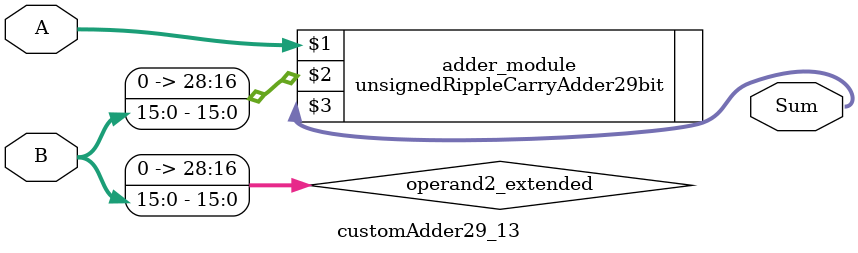
<source format=v>

module customAdder29_13(
                    input [28 : 0] A,
                    input [15 : 0] B,
                    
                    output [29 : 0] Sum
            );

    wire [28 : 0] operand2_extended;
    
    assign operand2_extended =  {13'b0, B};
    
    unsignedRippleCarryAdder29bit adder_module(
        A,
        operand2_extended,
        Sum
    );
    
endmodule
        
</source>
